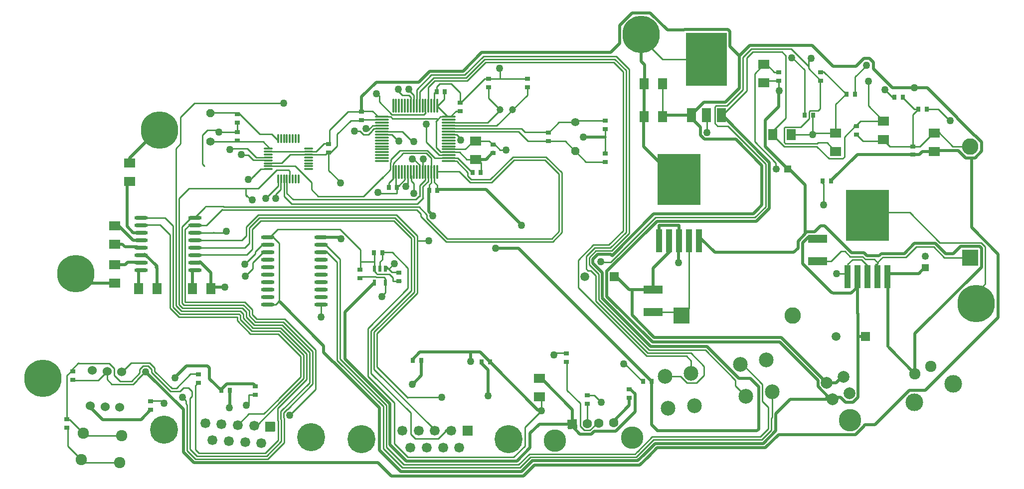
<source format=gbl>
%FSLAX25Y25*%
%MOIN*%
G70*
G01*
G75*
G04 Layer_Physical_Order=2*
G04 Layer_Color=16711680*
%ADD10P,0.08352X4X381.0*%
%ADD11R,0.05906X0.05906*%
%ADD12P,0.08352X4X393.0*%
%ADD13P,0.08352X4X375.0*%
%ADD14P,0.08352X4X387.0*%
%ADD15P,0.08352X4X165.0*%
%ADD16R,0.05906X0.05906*%
%ADD17C,0.01000*%
%ADD18C,0.01969*%
%ADD19C,0.07874*%
%ADD20C,0.14961*%
%ADD21C,0.11811*%
%ADD22C,0.07575*%
%ADD23C,0.09843*%
%ADD24P,0.08908X4X47.0*%
%ADD25C,0.06299*%
%ADD26C,0.18740*%
%ADD27P,0.09410X4X312.0*%
%ADD28C,0.06654*%
%ADD29C,0.05906*%
%ADD30C,0.11024*%
%ADD31R,0.11024X0.11024*%
%ADD32C,0.25000*%
%ADD33C,0.05512*%
%ADD34P,0.05966X8X112.5*%
%ADD35R,0.06654X0.06654*%
%ADD36R,0.11024X0.11024*%
%ADD37R,0.04921X0.04921*%
%ADD38C,0.04921*%
G04:AMPARAMS|DCode=39|XSize=60mil|YSize=59.96mil|CornerRadius=0mil|HoleSize=0mil|Usage=FLASHONLY|Rotation=357.000|XOffset=0mil|YOffset=0mil|HoleType=Round|Shape=Round|*
%AMOVALD39*
21,1,0.00004,0.05996,0.00000,0.00000,357.0*
1,1,0.05996,-0.00002,0.00000*
1,1,0.05996,0.00002,-0.00000*
%
%ADD39OVALD39*%

%ADD40C,0.04724*%
%ADD41R,0.04921X0.04921*%
%ADD42C,0.05000*%
%ADD43O,0.01181X0.09843*%
%ADD44O,0.09843X0.01181*%
%ADD45R,0.03150X0.03543*%
%ADD46R,0.03543X0.03150*%
%ADD47R,0.07480X0.05906*%
%ADD48R,0.12992X0.05512*%
%ADD49O,0.09055X0.02362*%
%ADD50R,0.03937X0.15551*%
%ADD51R,0.05906X0.07480*%
%ADD52R,0.05906X0.09449*%
%ADD53R,0.27362X0.35827*%
%ADD54R,0.28740X0.34252*%
%ADD55R,0.02362X0.04331*%
%ADD56O,0.06102X0.01181*%
%ADD57O,0.01181X0.06102*%
D11*
X1073843Y818000D02*
D03*
X1241878Y778000D02*
D03*
D17*
X925696Y923800D02*
X955300D01*
X921800Y925050D02*
X924446D01*
X925696Y923800D01*
X954900Y905500D02*
Y921900D01*
X954930Y904350D02*
Y910000D01*
Y904350D02*
X957938Y901342D01*
X963044D01*
X929760Y878840D02*
X933910Y882990D01*
Y887956D01*
X923044Y880624D02*
X926090Y883670D01*
X923044Y877700D02*
Y880624D01*
X926090Y892220D02*
Y893899D01*
X932547Y900356D01*
Y900900D01*
X938250Y902500D02*
X948863D01*
X937210D02*
X938250D01*
X841870Y892100D02*
X860540D01*
X930460Y902500D02*
X938250D01*
X924577Y896617D02*
X930460Y902500D01*
X924577Y894736D02*
Y896617D01*
X924346Y894504D02*
X924577Y894736D01*
X924346Y889646D02*
Y894504D01*
X948863Y902500D02*
X953958Y897405D01*
X968607Y913153D02*
X970990Y910770D01*
X963044Y913153D02*
X968607D01*
X937847Y932050D02*
Y935553D01*
X929680Y942080D02*
X932190Y939570D01*
X936510D01*
X937847Y938233D01*
Y932444D02*
Y938233D01*
X925336Y926423D02*
X946422D01*
X947412Y927413D01*
X916700Y939100D02*
X916730Y935370D01*
Y935029D02*
Y936030D01*
Y935029D02*
X925336Y926423D01*
X947412Y927582D02*
X947770Y927940D01*
X947412Y927413D02*
Y927582D01*
X955300Y923800D02*
X955900Y923200D01*
X957664Y924964D01*
X954458Y921758D02*
X955900Y923200D01*
X839106Y908394D02*
X839185Y908315D01*
X839500Y908000D01*
X804000Y908394D02*
X839106D01*
X839170Y908300D02*
X843680Y903790D01*
X844860Y913510D02*
X844935Y913435D01*
X849110Y909260D01*
X822500Y927900D02*
X836965Y913435D01*
X844935D02*
X844976D01*
X836965D02*
X844935D01*
X865760Y899850D02*
Y899930D01*
X947670Y929034D02*
Y929830D01*
X1025100Y728500D02*
Y736800D01*
X955564Y888350D02*
X970098D01*
X950952Y854892D02*
X962243Y843600D01*
X1032042D01*
X1036890Y848448D01*
Y886832D01*
X1027452Y896270D02*
X1036890Y886832D01*
X1006938Y896270D02*
X1027452D01*
X991738Y881070D02*
X1006938Y896270D01*
X977378Y881070D02*
X991738D01*
X970098Y888350D02*
X977378Y881070D01*
X975969Y885307D02*
Y887902D01*
X968733Y895037D02*
X975950Y887820D01*
X968733Y895037D02*
Y895436D01*
X969295Y897405D02*
X979000Y887700D01*
X962650Y897405D02*
X969295D01*
X975969Y885307D02*
X978206Y883070D01*
X990910D01*
X1006110Y898270D01*
X1028280D01*
X1038890Y887660D01*
Y847620D02*
Y887660D01*
X1032870Y841600D02*
X1038890Y847620D01*
X961415Y841600D02*
X1032870D01*
X949652Y853362D02*
X961415Y841600D01*
X949652Y853362D02*
X950115Y852900D01*
X944629Y858386D02*
X949652Y853362D01*
X883000Y889230D02*
X890780Y881450D01*
X883000Y889230D02*
Y901144D01*
X918394Y883694D02*
X924346Y889646D01*
X906310Y871940D02*
X919080Y884710D01*
X875990Y871940D02*
X906310D01*
X871490Y876440D02*
X875990Y871940D01*
X871490Y876440D02*
Y881150D01*
X801860Y916020D02*
X809620D01*
X809870Y915770D01*
X798600Y912760D02*
X801860Y916020D01*
X798600Y893480D02*
Y912760D01*
Y893480D02*
X799904Y892176D01*
X812700Y847500D02*
X814100Y848900D01*
X942160Y866800D02*
X946110Y870750D01*
X858100Y866800D02*
X942160D01*
X859070Y869800D02*
X941357D01*
X943320Y871763D01*
X944000D01*
X946000Y870934D02*
Y878300D01*
X949600Y881900D01*
X759700Y754000D02*
Y754500D01*
X919425Y703235D02*
X930080Y692580D01*
X932313Y690347D02*
X1010736D01*
X930080Y692580D02*
X932313Y690347D01*
X1010736D02*
X1017921Y697532D01*
X1009907Y692347D02*
X1017092Y699532D01*
X933141Y692347D02*
X1009907D01*
X921425Y704063D02*
X933141Y692347D01*
X1006480Y697316D02*
X1014063Y704899D01*
X935777Y697316D02*
X1006480D01*
X926801Y706292D02*
X935777Y697316D01*
X888484Y762257D02*
X919425Y731316D01*
Y703235D02*
Y731316D01*
X921425Y704063D02*
Y732144D01*
X890484Y763085D02*
X921425Y732144D01*
X926801Y706292D02*
Y733795D01*
X909147Y751449D02*
X926801Y733795D01*
X926009Y815147D02*
X931153D01*
X914772Y820472D02*
X915310Y819935D01*
X785200Y737400D02*
X787500Y735100D01*
X827800Y731600D02*
X829447Y733247D01*
X1064600Y827800D02*
X1065200D01*
X1234953Y951753D02*
X1242700Y959500D01*
X941903Y862800D02*
X944629Y860074D01*
Y858386D02*
Y860074D01*
X812000Y862800D02*
X941903D01*
X811800Y863000D02*
X812000Y862800D01*
X793400Y857800D02*
X800200Y864600D01*
X800100D02*
X800500Y865000D01*
X812628D01*
X812828Y864800D01*
X943387D01*
X948600Y859587D01*
Y857243D02*
Y859587D01*
Y857243D02*
X950943Y854900D01*
X950100Y876300D02*
Y879500D01*
X922344Y878400D02*
X923044Y877700D01*
X883800Y900800D02*
X888500Y905500D01*
Y913300D01*
X897700Y922500D01*
X794000Y745300D02*
X795900Y747200D01*
X780900Y798738D02*
Y887400D01*
X780800Y886000D02*
Y903801D01*
X784000Y907001D01*
Y924900D01*
X793300Y934200D01*
X853000D01*
X805900Y847500D02*
X812700D01*
X932179Y915121D02*
X938900Y908400D01*
X918950Y915121D02*
X932179D01*
X805900Y847500D02*
X806200Y847800D01*
X793413Y847500D02*
X805900D01*
X949200Y842200D02*
X949400Y842000D01*
X942184Y842200D02*
X949200D01*
X942184D02*
Y845386D01*
Y807114D02*
Y842200D01*
X925347Y913153D02*
X929300Y909200D01*
X918950Y913153D02*
X925347D01*
X847600Y870300D02*
Y873000D01*
X830900Y869600D02*
X831000D01*
X828100Y872400D02*
X830900Y869600D01*
X827600Y872400D02*
X828100D01*
X827600D02*
X828100Y871900D01*
X827600Y872400D02*
Y877000D01*
X836000D01*
X789400D02*
X827600D01*
X965100Y913300D02*
X965300Y913100D01*
X927800Y943300D02*
X929400D01*
X948100Y919300D02*
X948500Y919700D01*
X948100Y908200D02*
Y919300D01*
X915600Y940200D02*
X916700Y939100D01*
X913200Y917058D02*
X916642D01*
X912000Y915858D02*
X913200Y917058D01*
X912000Y915343D02*
Y915858D01*
X909657Y913000D02*
X912000Y915343D01*
X906343Y913000D02*
X909657D01*
X903843Y915500D02*
X906343Y913000D01*
X900100Y915500D02*
X903843D01*
X909700Y916500D02*
X912258Y919058D01*
X918950D01*
X897800Y922600D02*
X903700D01*
X904044Y922944D01*
X904800D01*
X922800Y823600D02*
X923400D01*
X920853D02*
X922800D01*
X925347Y821053D01*
X923400Y823600D02*
X926000Y826200D01*
X919300Y805800D02*
X920853Y807353D01*
Y814151D01*
X909147Y751449D02*
Y783463D01*
X919400Y834300D02*
X925400D01*
X936000Y823700D01*
Y810316D02*
Y823700D01*
X909147Y783463D02*
X936000Y810316D01*
X1014063Y704899D02*
Y717463D01*
X1025100Y728500D01*
X948100Y908200D02*
X950200Y906100D01*
X950300D01*
X957027Y899373D01*
X962650D01*
X959058Y901342D02*
X962650D01*
X883600Y907500D02*
Y916200D01*
X895856Y928456D01*
X904800D01*
X829447Y733247D02*
Y739047D01*
X1060400Y738900D02*
X1065100Y734200D01*
X1065300D01*
X1034200Y766200D02*
X1034953Y766953D01*
X817400Y903700D02*
X828600D01*
X825200Y899300D02*
X829300D01*
X936900Y942300D02*
X939816Y939384D01*
Y932050D02*
Y939384D01*
X832200Y827600D02*
X839400Y834800D01*
X832200Y823600D02*
Y827600D01*
X827100Y818500D02*
X832200Y823600D01*
X833816Y834716D02*
X838800Y839700D01*
X833816Y833516D02*
Y834716D01*
X826700Y826400D02*
X833816Y833516D01*
X940300Y896200D02*
X943753Y892747D01*
Y888350D02*
Y892747D01*
X945600Y895600D02*
X945721Y895479D01*
Y888350D02*
Y895479D01*
X948200Y900900D02*
X951627Y897473D01*
X932547Y900900D02*
X948200D01*
X951627Y888350D02*
Y897473D01*
X953958Y897405D02*
X962650D01*
X1049705Y828048D02*
X1049705Y828049D01*
X1049705Y829175D02*
X1060014Y839484D01*
X1049700Y829170D02*
X1049705Y829175D01*
Y829195D01*
Y828048D02*
Y829175D01*
Y826400D02*
Y828048D01*
X1049700Y829200D02*
X1049705Y829195D01*
Y810729D02*
Y826400D01*
X1060014Y839484D02*
X1070300D01*
X1079700Y848884D01*
Y955200D01*
X1073400Y961500D02*
X1079700Y955200D01*
X988028Y961500D02*
X1073400D01*
X975528Y949000D02*
X988028Y961500D01*
X1063381Y799881D02*
X1096283Y766979D01*
X1061453Y801809D02*
X1063381Y799881D01*
X1061453Y801809D02*
Y818843D01*
X1058198Y822098D02*
X1061453Y818843D01*
X1056357Y822098D02*
X1058198D01*
X1055116Y823339D02*
X1056357Y822098D01*
X1055116Y823339D02*
Y831757D01*
X1060843Y837484D01*
X1071247D01*
X1081700Y847937D01*
X1063453Y802638D02*
Y819671D01*
X1057116Y826008D02*
X1063453Y819671D01*
X1061671Y835484D02*
X1072075D01*
X1083700Y847109D01*
X1057116Y826008D02*
Y830929D01*
X1061671Y835484D01*
X1122500Y764800D02*
Y764979D01*
Y764800D02*
X1125356Y761944D01*
X1095455Y764979D02*
X1122321D01*
X1049705Y810729D02*
X1095455Y764979D01*
X1096283Y766979D02*
X1125121D01*
X1133900Y758200D01*
Y752100D02*
Y758200D01*
X1081000Y759800D02*
Y759900D01*
Y760000D01*
X934700Y878500D02*
X935879Y879679D01*
Y888350D01*
X933900Y884200D02*
Y885700D01*
X928556Y877700D02*
Y878856D01*
X938100Y882200D02*
Y885900D01*
Y882200D02*
X939700Y880600D01*
Y873800D02*
Y880600D01*
X944000Y871763D02*
Y879263D01*
X947690Y882952D01*
X856900Y725600D02*
X874216Y742916D01*
X804100Y927900D02*
X822500D01*
X853244Y707144D02*
Y723599D01*
X789700Y852500D02*
X790500D01*
X1042300Y742273D02*
Y761200D01*
X759300Y852900D02*
X759325D01*
X832600Y718600D02*
X834700D01*
X1250100Y827800D02*
X1252016Y829716D01*
X1005600Y929400D02*
X1015800Y939600D01*
X1054994Y894900D02*
X1067800D01*
X1041153Y908747D02*
X1048000Y901900D01*
X1029700Y914200D02*
X1036806Y921306D01*
X1047406D02*
X1048556Y922456D01*
X708500Y704927D02*
Y717300D01*
X953595Y940995D02*
X954800Y942200D01*
X955300Y941700D02*
Y945200D01*
X1067800Y900200D02*
Y901000D01*
X1312500Y795500D02*
Y801000D01*
X1243181Y861031D02*
X1271495D01*
X1207000Y914805D02*
X1207702Y914102D01*
X1240200Y908800D02*
X1254600D01*
X1278156Y905256D02*
X1287800Y914900D01*
X1211600Y955200D02*
X1213847D01*
X913572Y821672D02*
X914772Y820472D01*
X912800Y823200D02*
X912886Y823114D01*
X913947Y822053D01*
X913372Y833272D02*
X914000Y833900D01*
X711400Y748800D02*
X728761D01*
X734500Y755200D02*
X734900Y754800D01*
X811344Y914756D02*
X822000D01*
X904600Y923200D02*
X904900Y923500D01*
X795600Y852500D02*
X801300D01*
X811800Y863000D01*
X962650Y895436D02*
X968733D01*
X1141047Y920761D02*
Y931452D01*
X1141926Y932331D01*
X1149302D01*
X1159937Y942965D01*
X1147400Y927600D02*
X1162400Y942600D01*
Y964400D01*
X951349Y891851D02*
X951700Y891500D01*
X951349Y891851D02*
Y892003D01*
X916500Y873656D02*
X928556D01*
Y877700D01*
X904600Y818000D02*
X914416D01*
X914482Y817935D02*
X919800D01*
X920853Y816882D01*
X914416Y818000D02*
X914482Y817935D01*
X920853Y814151D02*
Y816882D01*
X782900Y870500D02*
X789400Y877000D01*
X782900Y799567D02*
Y870500D01*
X780900Y798738D02*
X784415Y795224D01*
X823776D01*
X825816Y793184D01*
Y790386D02*
Y793184D01*
Y790386D02*
X832286Y783916D01*
X850886D01*
X868216Y766586D01*
Y749287D02*
Y766586D01*
X849000Y730072D02*
X868216Y749287D01*
X849000Y721942D02*
Y730072D01*
Y721942D02*
X849244Y721698D01*
Y708801D02*
Y721698D01*
X840556Y700113D02*
X849244Y708801D01*
X796200Y700113D02*
X840556D01*
X794000Y702313D02*
X796200Y700113D01*
X794000Y702313D02*
Y745300D01*
X744800Y754400D02*
X750900Y760500D01*
X763085D01*
X766600Y756985D01*
Y754842D02*
Y756985D01*
Y754842D02*
X778085Y743357D01*
X781057D01*
X790653Y752953D01*
X796000D01*
X764600Y754013D02*
X773807Y744807D01*
X774007Y744607D01*
X773807Y744807D02*
X777257Y741357D01*
X783400D01*
X785843Y743800D01*
X789157D01*
X791500Y741457D01*
Y738143D02*
Y741457D01*
X790184Y736827D02*
X791500Y738143D01*
X790184Y702757D02*
Y736827D01*
X764600Y754013D02*
Y756157D01*
X762257Y758500D02*
X764600Y756157D01*
X758943Y758500D02*
X762257D01*
X756600Y756157D02*
X758943Y758500D01*
X756600Y753728D02*
Y756157D01*
X751072Y748200D02*
X756600Y753728D01*
X743400Y748200D02*
X751072D01*
X734900Y749300D02*
Y754800D01*
Y749300D02*
X738000Y746200D01*
X752200D01*
X754900Y748900D01*
Y749200D01*
X739506Y752094D02*
X743400Y748200D01*
X736122Y760150D02*
X739506Y756766D01*
X715350Y760150D02*
X736122D01*
X739506Y752094D02*
Y756766D01*
X715350Y760150D02*
X715700Y760500D01*
X711100Y755900D02*
X715350Y760150D01*
X825120Y797224D02*
X827816Y794527D01*
X785243Y797224D02*
X825120D01*
X790184Y702757D02*
X794829Y698113D01*
X841384D01*
X851244Y707973D01*
Y722526D01*
X851000Y722770D02*
X851244Y722526D01*
X851000Y722770D02*
Y727985D01*
X870216Y747201D01*
Y767414D01*
X851714Y785916D02*
X870216Y767414D01*
X833114Y785916D02*
X851714D01*
X827816Y791214D02*
X833114Y785916D01*
X827816Y791214D02*
Y794527D01*
X782900Y799567D02*
X785243Y797224D01*
X941700Y942900D02*
X941784Y942816D01*
X941700Y942900D02*
Y943028D01*
Y942700D02*
Y942900D01*
X941784Y932050D02*
Y942816D01*
X944272Y942200D02*
X953072Y951000D01*
X943753Y941653D02*
X944900Y942800D01*
X943753Y932050D02*
Y941653D01*
X950300Y945400D02*
X953900Y949000D01*
X950000Y945100D02*
X950300Y945400D01*
X949658Y944758D02*
X950300Y945400D01*
X949658Y932050D02*
Y944758D01*
X1093500Y948800D02*
X1094200Y949500D01*
X1115569Y883031D02*
X1117181D01*
Y883919D01*
X941700Y943028D02*
X951672Y953000D01*
X973872D01*
X986372Y965500D01*
X1075057D01*
X1083700Y956857D01*
Y952700D02*
Y956857D01*
X965000Y947000D02*
X970800Y941200D01*
X957100Y947000D02*
X965000D01*
X955300Y945200D02*
X957100Y947000D01*
X953900Y949000D02*
X975528D01*
X953072Y951000D02*
X974700D01*
X987200Y963500D01*
X1074228D01*
X1083700Y952700D02*
Y953200D01*
Y847109D02*
Y952700D01*
X1074228Y963500D02*
X1081700Y956028D01*
Y847937D02*
Y956028D01*
X1125356Y753387D02*
Y761944D01*
X1107737Y751535D02*
X1118127D01*
X1128766Y746966D02*
X1133900Y752100D01*
X1122696Y746966D02*
X1128766D01*
X1118127Y751535D02*
X1122696Y746966D01*
X1134708Y768979D02*
X1155000Y748687D01*
Y745000D02*
Y748687D01*
X1063453Y802638D02*
X1097112Y768979D01*
X853000Y723843D02*
X853244Y723599D01*
X853000Y727157D02*
X855343Y729500D01*
X855428D01*
X872216Y746287D01*
X874216Y742916D02*
Y769071D01*
X872216Y746287D02*
Y768243D01*
X864216Y751073D02*
Y764929D01*
X849543Y736400D02*
X864216Y751073D01*
X849543Y736271D02*
Y736400D01*
X839572Y726300D02*
X849543Y736271D01*
X866216Y750244D02*
Y765757D01*
X851543Y735571D02*
X866216Y750244D01*
X851543Y735443D02*
Y735571D01*
X834700Y718600D02*
X851543Y735443D01*
X782758Y791224D02*
X821816D01*
Y788729D02*
Y791224D01*
Y788729D02*
X830629Y779916D01*
X913545Y821700D02*
X913572Y821672D01*
X913600Y821700D01*
X915310Y819935D02*
X923637D01*
X926009Y817562D01*
Y815147D02*
Y817562D01*
X937783Y712792D02*
Y727011D01*
X911354Y753546D02*
X937900Y727000D01*
X911354Y753546D02*
Y781941D01*
X913354Y756146D02*
X953100Y716400D01*
X913354Y756146D02*
Y781113D01*
X935690Y737500D02*
X958500D01*
X915354Y757646D02*
X935800Y737200D01*
X915354Y757646D02*
Y780284D01*
X847500Y799500D02*
X849700Y801700D01*
X1017921Y697532D02*
X1088660D01*
X1091263Y700134D01*
Y700183D02*
X1100156Y709076D01*
X1091263Y700134D02*
Y700183D01*
X1159975Y759325D02*
X1173026Y746274D01*
Y734655D02*
Y746274D01*
Y734655D02*
X1176963Y730718D01*
Y716363D02*
Y730718D01*
X1171676Y711076D02*
X1176963Y716363D01*
X1099328Y711076D02*
X1171676D01*
X1089452Y701200D02*
X1099328Y711076D01*
X1087900Y699600D02*
X1089263Y700963D01*
X1037956Y699600D02*
X1087900D01*
X1037888Y699532D02*
X1037956Y699600D01*
X1017092Y699532D02*
X1037888D01*
X890484Y763085D02*
Y829916D01*
X880800Y839600D02*
X890484Y829916D01*
X1178963Y723616D02*
X1179447Y724100D01*
X1178963Y715535D02*
Y723616D01*
X1172505Y709076D02*
X1178963Y715535D01*
X1179447Y724100D02*
Y741076D01*
X888484Y762257D02*
Y827816D01*
X822000Y920300D02*
Y921000D01*
Y920300D02*
X822200Y920500D01*
X822000Y914756D02*
Y920300D01*
X1067800Y911500D02*
Y916200D01*
Y901000D02*
Y911500D01*
Y912200D01*
X1065200Y827800D02*
X1071418D01*
X1101370Y857753D01*
X1167939D01*
X1165528Y970400D02*
X1192257D01*
X1159937Y964809D02*
X1165528Y970400D01*
X1159937Y942965D02*
Y964809D01*
X1166400Y968400D02*
X1183313D01*
X1162400Y964400D02*
X1166400Y968400D01*
X1192257Y970400D02*
X1203925Y958732D01*
X1141047Y920761D02*
X1143014Y918793D01*
X1149893D01*
X1175134Y893553D01*
Y864947D02*
Y893553D01*
X1167939Y857753D02*
X1175134Y864947D01*
X1097112Y768979D02*
X1134708D01*
X1155000Y745000D02*
X1162000Y738000D01*
X1081000Y759900D02*
X1092900Y748000D01*
X794000Y696113D02*
X842213D01*
X853244Y707144D01*
X773900Y857200D02*
X778900Y852200D01*
X773500Y857500D02*
X774000Y857000D01*
X757587Y857500D02*
X773500D01*
X770100Y852900D02*
X776900Y846100D01*
X758000Y852900D02*
X770100D01*
X849229Y779916D02*
X864216Y764929D01*
X776900Y797082D02*
Y846100D01*
Y797082D02*
X782758Y791224D01*
X830629Y779916D02*
X849229D01*
X829600Y726300D02*
X839572D01*
X850057Y781916D02*
X866216Y765757D01*
X831457Y781916D02*
X850057D01*
X823816Y789557D02*
X831457Y781916D01*
X823816Y789557D02*
Y792356D01*
X822948Y793224D02*
X823816Y792356D01*
X783586Y793224D02*
X822948D01*
X778900Y797910D02*
X783586Y793224D01*
X778900Y797910D02*
Y852200D01*
X711100Y755200D02*
Y755900D01*
X708000Y752100D02*
X711100Y755200D01*
X718848Y693948D02*
X743221D01*
X721378Y711622D02*
X744457D01*
X834771Y789916D02*
X853371D01*
X831816Y792871D02*
X834771Y789916D01*
X829816Y792043D02*
X833943Y787916D01*
X852543D01*
X829816Y792043D02*
Y795356D01*
X831816Y792871D02*
Y796184D01*
X787500Y733000D02*
X788184Y732316D01*
X787500Y733000D02*
Y735100D01*
X788184Y701929D02*
Y732316D01*
X825948Y799224D02*
X829816Y795356D01*
X826776Y801224D02*
X831816Y796184D01*
X816400Y801224D02*
X826776D01*
X813400Y799224D02*
X825948D01*
X813400D02*
X816198D01*
X786072D02*
X813400D01*
X816400Y801224D02*
X817027D01*
X786900D02*
X816400D01*
X827816Y845316D02*
Y851486D01*
X825000Y842500D02*
X827816Y845316D01*
X793413Y842500D02*
X825000D01*
X827816Y848687D02*
Y851486D01*
X835714Y859384D01*
X928186D01*
X942184Y845386D01*
X940184Y807943D02*
Y844557D01*
X927357Y857384D02*
X940184Y844557D01*
X836543Y857384D02*
X927357D01*
X829816Y850657D02*
X836543Y857384D01*
X829816Y840300D02*
Y850657D01*
X827016Y837500D02*
X829816Y840300D01*
X793413Y837500D02*
X827016D01*
X794400Y832800D02*
X828200D01*
X831816Y836416D01*
Y849829D01*
X837371Y855384D01*
X926529D01*
X938184Y843729D01*
X845100Y845200D02*
X849700Y840600D01*
Y801700D02*
Y840600D01*
X842087Y799500D02*
X847500D01*
X881400Y834900D02*
X888484Y827816D01*
X784900Y851500D02*
X790700Y857300D01*
X784900Y800395D02*
Y851500D01*
Y800395D02*
X786072Y799224D01*
X852543Y787916D02*
X872216Y768243D01*
X853000Y723843D02*
Y727157D01*
X788184Y701929D02*
X794000Y696113D01*
X771547Y734953D02*
X772700Y733800D01*
X764000Y734953D02*
X771547D01*
X790500Y852500D02*
X793413D01*
X789424D02*
X789700D01*
X786900Y849700D02*
X789700Y852500D01*
X786900Y801224D02*
Y849700D01*
X829447Y739047D02*
X834000D01*
X853371Y789916D02*
X874216Y769071D01*
X834200Y719600D02*
Y720900D01*
X822900Y719600D02*
X829600Y726300D01*
X1222000Y901898D02*
Y904500D01*
X1102800Y794520D02*
X1117020D01*
X1123881Y796881D02*
Y842283D01*
X1219020Y828520D02*
X1225500Y835000D01*
X1210000Y828520D02*
X1219020D01*
X1248500Y826500D02*
X1249500D01*
X1222500Y820000D02*
X1228600D01*
X1249500Y826500D02*
X1250100Y827100D01*
Y827800D01*
X1300313Y905087D02*
X1312000D01*
X1290400Y915000D02*
X1300313Y905087D01*
X1273500Y905256D02*
X1278156D01*
X1273500D02*
Y926400D01*
X1277000Y929900D01*
X1274600Y930000D02*
X1277047D01*
X1267200Y937400D02*
X1274600Y930000D01*
X1282953D02*
X1290500D01*
X1297800Y922700D01*
X1260100Y938000D02*
X1261047D01*
X1259900D02*
X1261047D01*
X1256100Y941800D02*
X1259900Y938000D01*
X1243800Y932302D02*
X1254000Y922102D01*
X1243800Y932302D02*
Y948300D01*
X1238402Y922102D02*
X1254000D01*
X1236100Y919800D02*
X1238402Y922102D01*
X1258144Y905256D02*
X1273500D01*
X1254600Y908800D02*
X1258144Y905256D01*
X1236400Y912600D02*
X1240200Y908800D01*
X1234953Y940000D02*
Y951753D01*
X1193300Y912200D02*
X1193600Y911900D01*
X1207702Y914102D02*
X1222000D01*
X1206400Y913200D02*
Y924700D01*
X1194900Y913200D02*
X1206400D01*
X1236481Y792100D02*
Y793700D01*
X1222000Y914102D02*
Y933400D01*
X1228500Y939900D01*
X1213847Y955200D02*
X1229047Y940000D01*
X1216138Y907760D02*
X1222000Y901898D01*
X1187650Y907954D02*
Y917873D01*
X1210182Y929272D02*
X1211400Y930490D01*
Y949100D01*
X1227724Y911524D02*
X1234956Y918756D01*
X1227724Y898123D02*
Y911524D01*
X1217438Y896961D02*
X1226562D01*
X1209123Y905276D02*
X1217438Y896961D01*
X1187499Y905276D02*
X1209123D01*
X1181175Y911600D02*
X1187499Y905276D01*
X1147600Y965400D02*
X1147700Y965300D01*
X1204953Y929272D02*
X1210182D01*
X1188528Y918240D02*
X1198558D01*
X1188288Y918000D02*
X1188528Y918240D01*
X1187800Y918000D02*
X1188288D01*
X1201047Y926000D02*
Y956353D01*
X1193200Y964200D02*
X1201047Y956353D01*
X1226562Y896961D02*
X1227724Y898123D01*
X1294587Y830913D02*
X1312000D01*
X1287500Y838000D02*
X1294587Y830913D01*
X1225500Y835000D02*
X1228188D01*
X1239899Y831559D02*
X1241743Y829716D01*
X1247784D01*
X1250000Y827500D01*
X1228188Y835000D02*
X1231628Y831559D01*
X1239899D01*
X1243181Y820283D02*
Y825449D01*
X1239071Y829559D02*
X1243181Y825449D01*
X1233059Y829559D02*
X1239071D01*
X1230000Y826500D02*
X1233059Y829559D01*
X1252016Y829716D02*
X1253416Y831116D01*
X1268829D01*
X1275713Y838000D01*
X1287500D01*
X1291633Y840894D02*
X1319363D01*
X1321980Y838276D01*
Y813485D02*
Y838276D01*
X1319700Y811205D02*
X1321980Y813485D01*
X1271495Y861031D02*
X1291633Y840894D01*
X1319700Y805700D02*
Y811205D01*
X1103781Y842283D02*
X1104300Y842802D01*
X1180944Y954756D02*
X1184000D01*
X1175400Y960300D02*
X1180944Y954756D01*
X1176044Y949244D02*
X1184000D01*
Y942600D02*
Y949244D01*
X1204075Y923757D02*
Y928393D01*
X1204953Y929272D01*
X1198558Y918240D02*
X1204075Y923757D01*
X1183313Y968400D02*
X1183413Y968300D01*
X1186100D01*
X1188500Y965900D01*
X1106192Y963508D02*
X1135500D01*
X1097900Y971800D02*
X1106192Y963508D01*
X1106102Y925000D02*
Y945398D01*
X874520Y901820D02*
X879800Y907100D01*
X882000D01*
X1135900Y914500D02*
Y922400D01*
X1188500Y924100D02*
Y965900D01*
X1179600Y915200D02*
X1188500Y924100D01*
X1187650Y907954D02*
X1188328Y907276D01*
X1209951D01*
Y907760D02*
X1216138D01*
X1213700Y866200D02*
Y880100D01*
X1212700Y881100D02*
X1213700Y880100D01*
X1203925Y957319D02*
Y958732D01*
Y957319D02*
X1212000Y949244D01*
X1203925Y958732D02*
Y963625D01*
X1104300Y842802D02*
Y848100D01*
X708500Y704927D02*
X717693Y695733D01*
X709736Y722600D02*
X718929Y713407D01*
X708500Y722600D02*
X709736D01*
X708000Y722756D02*
Y752100D01*
X728761Y748800D02*
X734763Y754803D01*
Y753537D02*
Y754803D01*
X754900Y749200D02*
X759700Y754000D01*
X1015800Y939600D02*
Y944944D01*
X989900Y937466D02*
X997666Y929700D01*
X989900Y937466D02*
Y944500D01*
X987256Y950456D02*
X989800D01*
X971300Y934500D02*
X987256Y950456D01*
X990956D02*
X997400D01*
X1015800D01*
X997400D02*
Y956900D01*
X995358Y919058D02*
X1005700Y929400D01*
X1048556Y922456D02*
X1067800D01*
X1036806Y921306D02*
X1047406D01*
X1047800D01*
X1047400Y921300D02*
X1047406Y921306D01*
X1029800Y908747D02*
X1041153D01*
X1047800Y902094D02*
X1054994Y894900D01*
X917113Y823600D02*
Y827913D01*
X918900Y829700D01*
Y833600D01*
X913372Y823600D02*
Y824206D01*
X913947Y824781D01*
X925347Y821053D02*
X929947D01*
X1024200Y737700D02*
X1025100Y736800D01*
X990356Y908900D02*
X992800Y906456D01*
X983300Y908900D02*
X990356D01*
X997500Y902900D02*
X1001500D01*
X993700Y906700D02*
X997500Y902900D01*
X956200Y709681D02*
X961511Y714992D01*
X940895Y709681D02*
X956200D01*
X937783Y712792D02*
X940895Y709681D01*
X1062562Y720215D02*
X1063581D01*
X1057638Y715291D02*
X1062562Y720215D01*
X1053786Y715291D02*
X1057638D01*
X1051062Y718015D02*
X1053786Y715291D01*
X1042300Y742273D02*
X1050500Y734073D01*
X1051062Y718015D02*
Y733438D01*
X1050500Y734000D02*
X1051062Y733438D01*
X916536Y924964D02*
X918950D01*
X916036D02*
X918950D01*
X912300Y928700D02*
X916036Y924964D01*
X905300Y928700D02*
X912300D01*
X905595Y922995D02*
X918950D01*
X905300Y922700D02*
X905595Y922995D01*
X968044Y928944D02*
X970800D01*
X964300Y925200D02*
X968044Y928944D01*
X955564Y932050D02*
X960300Y936787D01*
Y940700D01*
X953595Y932050D02*
Y940995D01*
X970800Y934456D02*
Y941200D01*
X955914Y931700D02*
X962650Y924964D01*
X955800Y931700D02*
X955914D01*
X962650Y921027D02*
X989127D01*
X997300Y929200D01*
X962650Y919058D02*
X967158D01*
X966591D02*
X967158D01*
X995358D01*
X967158D02*
X967300Y919200D01*
X923300Y878200D02*
X923800D01*
X928005Y878795D02*
Y888350D01*
Y878795D02*
X928300Y878500D01*
X953595Y881205D02*
Y888350D01*
Y881205D02*
X955400Y879400D01*
Y876500D02*
Y879400D01*
X951627Y881027D02*
Y888350D01*
X950100Y879500D02*
X951627Y881027D01*
X950100Y876300D02*
X950300Y876100D01*
X1014047Y914653D02*
X1029800D01*
X1011700Y917000D02*
X1014047Y914653D01*
X963100Y917000D02*
X1011700D01*
X1016353Y908747D02*
X1029800D01*
X1010000Y915100D02*
X1016353Y908747D01*
X963100Y915100D02*
X1010000D01*
X984600Y895900D02*
X984753Y895747D01*
X975302Y896598D02*
X981300D01*
X970500Y901400D02*
X975302Y896598D01*
X963800Y901400D02*
X970500D01*
X984753Y887700D02*
Y894347D01*
X983300Y895800D02*
X984753Y894347D01*
X957664Y924964D02*
X959964D01*
X957664D02*
X957700Y925000D01*
X959964Y924964D02*
X960000Y925000D01*
X957700D02*
X960000D01*
X960700D01*
X962650Y903310D02*
X974310D01*
X979100Y908100D01*
X949600Y881900D02*
Y888100D01*
X771500Y921200D02*
X773544Y923244D01*
X911354Y781941D02*
X938184Y808771D01*
Y843729D01*
X913354Y781113D02*
X940184Y807943D01*
X915354Y780284D02*
X942184Y807114D01*
X1100156Y709076D02*
X1172505D01*
X1056000Y720100D02*
Y733047D01*
X1055900Y720000D02*
X1056000Y720100D01*
X1167700Y953802D02*
X1174000Y960102D01*
X1167700Y908400D02*
Y953802D01*
Y908400D02*
X1182000Y894100D01*
Y890900D02*
Y894100D01*
X843800Y844800D02*
X848800Y849800D01*
X890657D01*
X904257Y836200D01*
X913372Y824206D02*
Y828000D01*
Y833272D01*
X904257Y823443D02*
Y828000D01*
Y836200D01*
X904200Y828000D02*
X904257D01*
X913372D01*
X916642Y917058D02*
X916700Y917000D01*
X877900Y791200D02*
Y799020D01*
X877010Y799910D02*
X877900Y799020D01*
X907000Y916500D02*
X909700D01*
X921300Y825100D02*
X922800Y823600D01*
X855000Y873870D02*
X859070Y869800D01*
X855000Y873870D02*
Y882640D01*
X947690Y882952D02*
Y888350D01*
X853050Y871850D02*
X858100Y866800D01*
X853050Y871850D02*
Y884800D01*
X847600Y873000D02*
X851010Y876410D01*
Y882540D01*
X840700Y870300D02*
X849160Y878760D01*
Y881920D01*
X868303Y899853D02*
X880893D01*
X882390Y901350D01*
X828600Y903700D02*
X834410Y897890D01*
X842710D01*
X1034953Y766953D02*
X1042000D01*
X841370Y897890D02*
X842710D01*
X829300Y899300D02*
X832580Y896020D01*
X842330D01*
X1055400Y738900D02*
X1060400D01*
X837530Y890010D02*
X843697D01*
X831510Y883990D02*
X837530Y890010D01*
X830300Y882800D02*
X833376Y885876D01*
X857363Y899853D02*
X868303D01*
X851480Y893970D02*
X857363Y899853D01*
X844290Y893970D02*
X851480D01*
X865760Y899850D02*
X869750D01*
X842610Y901900D02*
X842690Y901820D01*
X874520D01*
X860540Y892100D02*
X871490Y881150D01*
X836000Y877000D02*
X848300Y889300D01*
X856050D01*
X856980Y888370D01*
Y884640D02*
Y888370D01*
D18*
X1023013Y728940D02*
X1024980D01*
X990953Y761000D02*
X1023013Y728940D01*
X988130Y876300D02*
X1011130Y853300D01*
X955900Y876300D02*
X988130D01*
X1018950Y695048D02*
X1089689D01*
X1018960Y694860D02*
Y695048D01*
X1020377Y692079D02*
X1090919D01*
X1013193Y684895D02*
X1020377Y692079D01*
X839000Y693629D02*
X915981D01*
X924716Y684895D01*
X1259800Y944500D02*
X1274800D01*
X1287202Y902602D02*
X1303883D01*
X924716Y684895D02*
X1013193D01*
X1011963Y687863D02*
X1018960Y694860D01*
X931284Y687863D02*
X1011963D01*
X916941Y702206D02*
X931284Y687863D01*
X923909Y705670D02*
X934748Y694832D01*
X1008878D01*
X1017669Y703622D01*
X916941Y702206D02*
Y730287D01*
X886164Y761064D02*
X916941Y730287D01*
X894000Y763083D02*
X923909Y733173D01*
Y709500D02*
Y733173D01*
Y705670D02*
Y709500D01*
X950000Y861700D02*
X952800Y858900D01*
X950000Y861700D02*
Y876800D01*
X1009803Y837200D02*
X1098953Y748050D01*
X1009803Y837200D02*
X1009900D01*
X994500D02*
X1009803D01*
X1098953Y748000D02*
Y748050D01*
X1169687Y863213D02*
X1169887D01*
X1172650Y865976D01*
X1166910Y860237D02*
X1169887Y863213D01*
X1065937Y804700D02*
Y820700D01*
X1059600Y827037D02*
X1065937Y820700D01*
X1059600Y827037D02*
Y829900D01*
X1062700Y833000D01*
X1071673D01*
X1072389Y832284D01*
X723000Y731400D02*
X731800Y722600D01*
X748100Y851700D02*
Y882400D01*
X989900Y944500D02*
X990300Y944900D01*
X1093600Y905000D02*
Y914100D01*
X1072800Y720800D02*
X1084000Y732000D01*
X1067600Y901000D02*
X1067800D01*
X1190400Y890500D02*
X1201520Y879380D01*
X1256581Y820283D02*
X1277383D01*
X1281600Y824500D01*
X1074300Y819000D02*
X1083820Y809480D01*
X1217285Y737400D02*
X1221600D01*
X1179100Y911600D02*
X1181175D01*
X1236481Y811181D02*
Y820283D01*
X988098Y896598D02*
X992800Y901300D01*
X1236600Y899900D02*
X1278000D01*
X1072389Y832284D02*
X1100341Y860237D01*
X905000Y928700D02*
Y938300D01*
X914800Y948100D01*
X1071500Y967984D02*
X1077516Y974000D01*
X914800Y948100D02*
X943258D01*
X950643Y955484D01*
X972843D01*
X985343Y967984D01*
X1071500D01*
X1077516Y974000D02*
Y986000D01*
X1086000Y994484D01*
X1098000D01*
X1109484Y983000D01*
X1120591D01*
X1120997Y983406D01*
X1150003D01*
X1151165Y982243D01*
Y972125D02*
Y982243D01*
Y972125D02*
X1157453Y965838D01*
X839000Y693629D02*
X843329D01*
X792971D02*
X839000D01*
X1183713Y712573D02*
X1235287D01*
X1248184Y719100D02*
X1271185Y742101D01*
X1090919Y692079D02*
X1096715Y697875D01*
Y697924D01*
X1102415Y703624D01*
X1174763D01*
X1183713Y712573D01*
X1235287D02*
X1240831Y718117D01*
Y718300D01*
X1241631Y719100D01*
X1248184D01*
X1271185Y742101D02*
X1281701D01*
X1330484Y790884D01*
Y833285D01*
X1312800Y850970D02*
X1330484Y833285D01*
X1312800Y850970D02*
Y897591D01*
X1315105D01*
X1308895D02*
X1312800D01*
X1219000Y882300D02*
X1236600Y899900D01*
X1278000D02*
X1279998Y901898D01*
X1288000D01*
X1287100Y902500D02*
X1287202Y902602D01*
X1303883D02*
X1308895Y897591D01*
X1315105D02*
X1319496Y901982D01*
Y908192D01*
X1315105Y912583D02*
X1319496Y908192D01*
X1314717Y912583D02*
X1315105D01*
X1303084Y924216D02*
X1314717Y912583D01*
X1283042Y944400D02*
X1303084Y924357D01*
X1274500Y944400D02*
X1283042D01*
X1303084Y924216D02*
Y924357D01*
X1220200Y958800D02*
X1235458D01*
X1247084Y957216D02*
X1259800Y944500D01*
X1247084Y957216D02*
Y961457D01*
X1244457Y964084D02*
X1247084Y961457D01*
X1240743Y964084D02*
X1244457D01*
X1235458Y958800D02*
X1240743Y964084D01*
X1206116Y972884D02*
X1220200Y958800D01*
X1164499Y972884D02*
X1206116D01*
X1157453Y965838D02*
X1164499Y972884D01*
X1157453Y943994D02*
Y965838D01*
X1148273Y934815D02*
X1157453Y943994D01*
X1133725Y934815D02*
X1148273D01*
X1125500Y926590D02*
X1133725Y934815D01*
X1125500Y926106D02*
Y926590D01*
X955600Y876000D02*
X955900Y876300D01*
X803300Y749747D02*
X811047Y742000D01*
X780300Y750800D02*
X788000Y758500D01*
X802000D01*
X803300Y757200D01*
Y749747D02*
Y757200D01*
X1094200Y949500D02*
Y959800D01*
X1092000Y962000D02*
X1094200Y959800D01*
X1092000Y962000D02*
Y980000D01*
X1093600Y905000D02*
X1115569Y883031D01*
X1093600Y914100D02*
Y924900D01*
X1221787Y737587D02*
X1225177D01*
X1221600Y737400D02*
X1221787Y737587D01*
X1220200Y736000D02*
X1221600Y737400D01*
X1222400D01*
X1210039Y744646D02*
X1217285Y737400D01*
X1210039Y744646D02*
Y748822D01*
X1184430Y774432D02*
X1210039Y748822D01*
X1099370Y774432D02*
X1184430D01*
X879669Y767559D02*
X886000Y761228D01*
X886164Y761064D01*
X879669Y767559D02*
Y771932D01*
X849900Y801500D02*
X850100D01*
X879669Y771932D01*
X1089689Y695048D02*
X1093747Y699105D01*
Y699154D01*
X1101185Y706592D01*
X1173534D01*
X1181932Y714990D01*
Y726500D01*
X1191432Y736000D01*
X1220000D01*
X1237020Y778000D02*
X1241878D01*
X1236900D02*
X1237020D01*
Y793161D01*
Y737587D02*
Y778000D01*
X1158240Y759325D02*
X1159975D01*
X1017669Y703622D02*
Y713500D01*
X1023765Y719597D01*
X1045875D01*
X775100Y917500D02*
X775600Y917000D01*
X1106300Y880400D02*
X1106600D01*
X1067300Y911500D02*
X1067800D01*
X1053300D02*
X1067100D01*
X1155158Y910016D02*
X1172650Y892524D01*
X1126100Y923500D02*
X1131416Y918184D01*
Y912643D02*
Y918184D01*
Y912643D02*
X1134043Y910016D01*
X1155158D01*
X1172650Y865976D02*
Y892524D01*
X1100341Y860237D02*
X1166910D01*
X1106100Y922900D02*
Y923400D01*
X1064800Y828200D02*
X1065200Y827800D01*
X1065937Y827063D01*
X1068900Y822200D02*
X1069331D01*
X1102399Y855269D01*
X1168969D01*
X1177618Y863918D01*
X1104000Y852300D02*
X1117181D01*
X1098953Y719047D02*
Y748000D01*
Y719047D02*
X1102400Y715600D01*
X1098900Y718994D02*
X1098953Y719047D01*
X1080900Y760000D02*
X1081000Y759900D01*
X1092900Y748000D02*
X1093047D01*
X1102629Y714971D02*
X1144500D01*
X1065937Y803667D02*
X1098141Y771463D01*
X1135737D01*
X1157200Y750000D01*
X1164900D01*
X1170542Y744358D01*
Y716277D02*
Y744358D01*
X1169237Y714971D02*
X1170542Y716277D01*
X1144500Y714971D02*
X1169237D01*
X718100Y693200D02*
X718848Y693948D01*
X719800Y713200D02*
X721378Y711622D01*
X877900Y799600D02*
X878200Y799900D01*
X889300Y844500D02*
X890600Y843200D01*
X877913Y844500D02*
X889300D01*
X785700Y700900D02*
Y729400D01*
X760900Y754200D02*
X785700Y729400D01*
X832500Y746500D02*
X833800Y745200D01*
X815000Y746500D02*
X832500D01*
X785700Y700900D02*
X792971Y693629D01*
X822600Y719400D02*
Y720198D01*
X939500Y746500D02*
X944953Y751953D01*
Y762000D01*
X1257500Y770692D02*
X1274973Y753220D01*
X1236481Y793700D02*
X1237020Y793161D01*
X1233551Y734118D02*
X1237020Y737587D01*
X1228646Y734118D02*
X1233551D01*
X1225177Y737587D02*
X1228646Y734118D01*
X1185659Y777400D02*
X1215960Y747099D01*
X1100600Y777400D02*
X1185659D01*
X1100000Y809480D02*
Y823900D01*
X1111400Y835300D01*
X1085700Y792300D02*
X1100600Y777400D01*
X1083820Y809480D02*
X1100000D01*
X1232300Y807000D02*
X1236481Y811181D01*
Y793700D02*
Y811181D01*
X1219162Y807300D02*
X1220000D01*
X1220300Y807000D01*
X1232300D01*
X1234956Y918756D02*
X1236000D01*
X1256700Y771492D02*
Y817800D01*
X1068906Y804896D02*
X1099370Y774432D01*
X1068906Y804896D02*
Y821775D01*
X1215960Y747099D02*
X1222099D01*
X1226400Y751400D01*
X1093898Y925000D02*
Y944502D01*
X1106706Y926106D02*
X1125500D01*
X1199700Y826762D02*
X1219162Y807300D01*
X1199700Y840700D02*
X1203700Y844700D01*
X1204900D01*
X1199700Y826762D02*
Y840700D01*
X1193800Y834300D02*
X1196732Y837232D01*
Y841930D01*
X1201520Y846718D01*
Y847058D01*
X1202682Y848220D01*
X1207720D01*
X1211701Y852201D01*
X1214500D01*
X1232658Y834043D01*
X1240928D01*
X1242772Y832200D01*
X1250987D01*
X1252387Y833600D01*
X1267800D01*
X1274684Y840484D01*
X1288529D01*
X1295616Y833398D01*
X1300654D01*
X1305666Y838409D01*
X1318334D01*
X1319496Y837247D01*
Y824580D02*
Y837247D01*
X1274973Y780056D02*
X1319496Y824580D01*
X1274973Y753220D02*
Y780056D01*
X1141300Y834300D02*
X1193800D01*
X1130581Y842283D02*
X1132817D01*
X1132000Y843600D02*
X1141300Y834300D01*
X1132000Y843600D02*
Y843800D01*
X1201520Y847058D02*
Y879380D01*
X1174961Y922913D02*
X1183800Y931753D01*
X1174961Y904976D02*
X1189937Y890000D01*
X1174961Y904976D02*
Y922913D01*
X1183800Y931753D02*
Y942200D01*
X1177618Y863918D02*
Y894582D01*
X1145800Y926400D02*
X1177618Y894582D01*
X1073843Y818000D02*
Y819257D01*
X1116700Y827300D02*
Y837300D01*
X1117181Y842283D02*
Y852300D01*
X1103900Y848100D02*
Y852000D01*
X1084000Y732000D02*
Y737244D01*
Y742756D02*
X1084641D01*
X1087756Y739641D01*
Y727637D02*
Y739641D01*
X1074926Y714807D02*
X1087756Y727637D01*
X988409Y763543D02*
Y763594D01*
X984303Y767700D02*
X988409Y763594D01*
X938700Y762400D02*
X944000Y767700D01*
X988409Y763543D02*
X990953Y761000D01*
X989400Y738600D02*
Y755900D01*
X985000Y760300D02*
X989400Y755900D01*
X1083359Y737244D02*
X1084000D01*
X755500Y822800D02*
X755898Y822402D01*
X760000Y833200D02*
X768102Y825098D01*
X740000Y839898D02*
X744802D01*
X746700Y838000D01*
X754700D01*
X752200Y842500D02*
X757587D01*
X742600Y852100D02*
X752200Y842500D01*
X752300Y847500D02*
X757587D01*
X748100Y851700D02*
X752300Y847500D01*
X750000Y894102D02*
Y897600D01*
X760800Y908400D01*
X757553Y722600D02*
X764000Y729047D01*
X731800Y722600D02*
X757553D01*
X796700Y828200D02*
X804102Y820798D01*
X997400Y956900D02*
X997500Y957000D01*
X1060667Y714807D02*
X1074926D01*
X1058667Y712807D02*
X1060667Y714807D01*
X1050993Y712807D02*
X1058667D01*
X1045400Y718400D02*
X1050993Y712807D01*
X1045875Y719597D02*
Y729125D01*
X1025700Y749300D02*
X1045875Y729125D01*
X1043633Y717355D02*
X1045875Y719597D01*
X894000Y763083D02*
Y794600D01*
X913400Y814000D01*
X981300Y896598D02*
X988098D01*
X804102Y811698D02*
Y820798D01*
Y811698D02*
X804400Y811400D01*
X791898Y810000D02*
Y822198D01*
X768102Y810000D02*
Y823998D01*
X767600Y824500D02*
X768102Y823998D01*
X755898Y810000D02*
Y821402D01*
X740000Y826102D02*
X746802D01*
X748500Y827800D01*
X757300D01*
X963508Y714992D02*
X964906D01*
X961511D02*
X964906D01*
X944000Y767700D02*
X977700D01*
X977800D01*
X984303D01*
X977600Y767600D02*
X977700Y767700D01*
X977800Y767800D01*
Y761300D02*
Y767700D01*
Y767800D01*
X811500Y743000D02*
X815000Y746500D01*
X816953Y730953D02*
Y742000D01*
X816500Y730500D02*
X816953Y730953D01*
X719102Y813898D02*
X740000D01*
X715000Y818000D02*
X719102Y813898D01*
X804500Y811000D02*
X813500D01*
X1215500Y736700D02*
X1219800D01*
X1085700Y792300D02*
Y808800D01*
D19*
X1220000Y736000D02*
D03*
X1227059Y751138D02*
D03*
X1215960Y747099D02*
D03*
X1231099Y740040D02*
D03*
D20*
X1231366Y722038D02*
D03*
X1085869Y710318D02*
D03*
X1034168Y708512D02*
D03*
D21*
X1300572Y746391D02*
D03*
X1274453Y734211D02*
D03*
D22*
X1285677Y758211D02*
D03*
X1274973Y753220D02*
D03*
X743222Y693948D02*
D03*
X717693Y695733D02*
D03*
X718929Y713407D02*
D03*
X744457Y711622D02*
D03*
D23*
X1125356Y753387D02*
D03*
X1107737Y751535D02*
D03*
X1127619Y731852D02*
D03*
X1110000Y730000D02*
D03*
X1175687Y762401D02*
D03*
X1158240Y759325D02*
D03*
X1179447Y741076D02*
D03*
X1162000Y738000D02*
D03*
D24*
X1045875Y719597D02*
D03*
D25*
X1055712Y719940D02*
D03*
X1073418Y720559D02*
D03*
X1063581Y720215D02*
D03*
D26*
X772832Y715925D02*
D03*
X871083Y710776D02*
D03*
X1003193Y709402D02*
D03*
X904807D02*
D03*
D27*
X844031Y717792D02*
D03*
D28*
X838001Y706911D02*
D03*
X833141Y718362D02*
D03*
X827110Y707482D02*
D03*
X822250Y718933D02*
D03*
X816220Y708053D02*
D03*
X811359Y719504D02*
D03*
X805329Y708624D02*
D03*
X800469Y720075D02*
D03*
X932189Y714992D02*
D03*
X937642Y703811D02*
D03*
X943095Y714992D02*
D03*
X948547Y703811D02*
D03*
X954000Y714992D02*
D03*
X959453Y703811D02*
D03*
X964906Y714992D02*
D03*
X970358Y703811D02*
D03*
D29*
X1054157Y818000D02*
D03*
X1222193Y778000D02*
D03*
D30*
X1312000Y905087D02*
D03*
X1193087Y792000D02*
D03*
D31*
X1312000Y830913D02*
D03*
D32*
X714000Y820000D02*
D03*
X1316000Y800000D02*
D03*
X1092000Y980000D02*
D03*
X770000Y916000D02*
D03*
X692000Y750000D02*
D03*
D33*
X1047800Y921306D02*
D03*
X804000Y908394D02*
D03*
D34*
X1047800Y902094D02*
D03*
X804000Y927606D02*
D03*
D35*
X975811Y714992D02*
D03*
D36*
X1118913Y792000D02*
D03*
D37*
X1282000Y824063D02*
D03*
D38*
Y831937D02*
D03*
X1182063Y890000D02*
D03*
D39*
X743356Y730698D02*
D03*
X744592Y754287D02*
D03*
X733527Y731213D02*
D03*
X734763Y754803D02*
D03*
X724934Y755318D02*
D03*
X723698Y731728D02*
D03*
D40*
X1005934Y929700D02*
D03*
X997666D02*
D03*
D41*
X1189937Y890000D02*
D03*
D42*
X994500Y837200D02*
D03*
X952600Y858900D02*
D03*
X915800Y874400D02*
D03*
X949700Y842200D02*
D03*
X814500Y848300D02*
D03*
X929800Y908800D02*
D03*
X939900Y908400D02*
D03*
X832000Y869300D02*
D03*
X971300Y909600D02*
D03*
X853000Y934200D02*
D03*
X915000Y940500D02*
D03*
X900100Y915500D02*
D03*
X908000Y917000D02*
D03*
X926700Y826800D02*
D03*
X918600Y804900D02*
D03*
X829300Y883100D02*
D03*
X948200Y920200D02*
D03*
X1065300Y734200D02*
D03*
X1033400Y765700D02*
D03*
X824500Y899700D02*
D03*
X817000Y903200D02*
D03*
X929400Y943300D02*
D03*
X936500D02*
D03*
X827100Y818500D02*
D03*
X826700Y826400D02*
D03*
X840700Y870300D02*
D03*
X847600D02*
D03*
X946100Y896800D02*
D03*
X938700Y896900D02*
D03*
X934600Y878400D02*
D03*
X939700Y873800D02*
D03*
X809400Y914800D02*
D03*
X890780Y880700D02*
D03*
X1011700Y852540D02*
D03*
X785200Y737500D02*
D03*
X780100Y750600D02*
D03*
X773000Y733600D02*
D03*
X857000Y725500D02*
D03*
X828000Y732000D02*
D03*
X939000Y746200D02*
D03*
X1222500Y820000D02*
D03*
X1254700Y943200D02*
D03*
X1298600Y922500D02*
D03*
X1274500Y944400D02*
D03*
X1243700Y948700D02*
D03*
X1242600Y959600D02*
D03*
X1206400Y913200D02*
D03*
X1205400Y964100D02*
D03*
X1192500Y964500D02*
D03*
X1184100Y942300D02*
D03*
X1135900Y914500D02*
D03*
X1213700Y866200D02*
D03*
X1064800Y828200D02*
D03*
X1116700Y827300D02*
D03*
X989400Y738600D02*
D03*
X877900Y791200D02*
D03*
X891200Y843600D02*
D03*
X760600Y754500D02*
D03*
X997200Y957500D02*
D03*
X1080300Y759900D02*
D03*
X1025100Y728500D02*
D03*
X1053300Y911500D02*
D03*
X1001500Y902900D02*
D03*
X977800Y761300D02*
D03*
X816500Y730500D02*
D03*
X813500Y811000D02*
D03*
X958500Y737500D02*
D03*
D43*
X955564Y932444D02*
D03*
X953595D02*
D03*
X951627D02*
D03*
X949658D02*
D03*
X947690D02*
D03*
X945721D02*
D03*
X943753D02*
D03*
X941784D02*
D03*
X939816D02*
D03*
X937847D02*
D03*
X935879D02*
D03*
X933910D02*
D03*
X931942D02*
D03*
X929973D02*
D03*
X928005D02*
D03*
X926036D02*
D03*
Y887956D02*
D03*
X928005D02*
D03*
X929973D02*
D03*
X931942D02*
D03*
X933910D02*
D03*
X935879D02*
D03*
X937847D02*
D03*
X939816D02*
D03*
X941784D02*
D03*
X943753D02*
D03*
X945721D02*
D03*
X947690D02*
D03*
X949658D02*
D03*
X951627D02*
D03*
X953595D02*
D03*
X955564D02*
D03*
D44*
X918556Y924964D02*
D03*
Y922995D02*
D03*
Y921027D02*
D03*
Y919058D02*
D03*
Y917090D02*
D03*
Y915121D02*
D03*
Y913153D02*
D03*
Y911184D02*
D03*
Y909216D02*
D03*
Y907247D02*
D03*
Y905279D02*
D03*
Y903310D02*
D03*
Y901342D02*
D03*
Y899373D02*
D03*
Y897405D02*
D03*
Y895436D02*
D03*
X963044D02*
D03*
Y897405D02*
D03*
Y899373D02*
D03*
Y901342D02*
D03*
Y903310D02*
D03*
Y905279D02*
D03*
Y907247D02*
D03*
Y909216D02*
D03*
Y911184D02*
D03*
Y913153D02*
D03*
Y915121D02*
D03*
Y917090D02*
D03*
Y919058D02*
D03*
Y921027D02*
D03*
Y922995D02*
D03*
Y924964D02*
D03*
D45*
X939244Y762000D02*
D03*
X944756D02*
D03*
X1277244Y930000D02*
D03*
X1282756D02*
D03*
X1266756Y938000D02*
D03*
X1261244D02*
D03*
X811244Y742000D02*
D03*
X816756D02*
D03*
X979044Y887700D02*
D03*
X984556D02*
D03*
X1229244Y940000D02*
D03*
X1234756D02*
D03*
X1206756Y926000D02*
D03*
X1201244D02*
D03*
X990756Y761000D02*
D03*
X985244D02*
D03*
X1093244Y748000D02*
D03*
X1098756D02*
D03*
X1213244Y882000D02*
D03*
X1218756D02*
D03*
X928556Y877700D02*
D03*
X923044D02*
D03*
X955556Y875700D02*
D03*
X950044D02*
D03*
X918756Y834000D02*
D03*
X913244D02*
D03*
X955044Y941700D02*
D03*
X960556D02*
D03*
D46*
X834000Y744756D02*
D03*
Y739244D02*
D03*
X712000Y754756D02*
D03*
Y749244D02*
D03*
X904000Y817244D02*
D03*
Y822756D02*
D03*
X1042000Y766756D02*
D03*
Y761244D02*
D03*
X1056000Y738756D02*
D03*
Y733244D02*
D03*
X1029800Y914456D02*
D03*
Y908944D02*
D03*
X764000Y729244D02*
D03*
Y734756D02*
D03*
X796000Y752756D02*
D03*
Y747244D02*
D03*
X930000Y820756D02*
D03*
Y815244D02*
D03*
X822000Y926756D02*
D03*
Y921244D02*
D03*
X904800Y922944D02*
D03*
Y928456D02*
D03*
X970800Y934456D02*
D03*
Y928944D02*
D03*
X992800Y900944D02*
D03*
Y906456D02*
D03*
X989800Y950456D02*
D03*
Y944944D02*
D03*
X1015800Y950456D02*
D03*
Y944944D02*
D03*
X1067800Y916944D02*
D03*
Y922456D02*
D03*
Y900456D02*
D03*
Y894944D02*
D03*
X1084000Y737244D02*
D03*
Y742756D02*
D03*
X1273500Y905256D02*
D03*
Y899744D02*
D03*
X883000Y906656D02*
D03*
Y901144D02*
D03*
X1184000Y954756D02*
D03*
Y949244D02*
D03*
X1212000Y954756D02*
D03*
Y949244D02*
D03*
X708000Y717244D02*
D03*
Y722756D02*
D03*
X1236000Y913244D02*
D03*
Y918756D02*
D03*
X822000Y909244D02*
D03*
Y914756D02*
D03*
D47*
X1222000Y901898D02*
D03*
Y914102D02*
D03*
X1254000Y922102D02*
D03*
Y909898D02*
D03*
X1288000Y901898D02*
D03*
Y914102D02*
D03*
X1174000Y947898D02*
D03*
Y960102D02*
D03*
X740000Y826102D02*
D03*
Y813898D02*
D03*
Y839898D02*
D03*
Y852102D02*
D03*
X981300Y896598D02*
D03*
Y908802D02*
D03*
X750000Y894102D02*
D03*
Y881898D02*
D03*
X1024000Y750102D02*
D03*
Y737898D02*
D03*
D48*
X1100000Y809480D02*
D03*
Y794520D02*
D03*
X1210000Y843480D02*
D03*
Y828520D02*
D03*
D49*
X757587Y822500D02*
D03*
Y827500D02*
D03*
Y832500D02*
D03*
Y837500D02*
D03*
Y842500D02*
D03*
Y847500D02*
D03*
Y852500D02*
D03*
Y857500D02*
D03*
X793413Y822500D02*
D03*
Y827500D02*
D03*
Y832500D02*
D03*
Y837500D02*
D03*
Y842500D02*
D03*
Y847500D02*
D03*
Y852500D02*
D03*
Y857500D02*
D03*
X842087Y799500D02*
D03*
Y804500D02*
D03*
Y809500D02*
D03*
Y814500D02*
D03*
Y819500D02*
D03*
Y824500D02*
D03*
Y829500D02*
D03*
Y834500D02*
D03*
Y839500D02*
D03*
Y844500D02*
D03*
X877913Y799500D02*
D03*
Y804500D02*
D03*
Y809500D02*
D03*
Y814500D02*
D03*
Y819500D02*
D03*
Y824500D02*
D03*
Y829500D02*
D03*
Y834500D02*
D03*
Y839500D02*
D03*
Y844500D02*
D03*
D50*
X1229781Y818283D02*
D03*
X1236481D02*
D03*
X1243181D02*
D03*
X1249881D02*
D03*
X1256581D02*
D03*
X1103781Y842283D02*
D03*
X1110481D02*
D03*
X1117181D02*
D03*
X1123881D02*
D03*
X1130581D02*
D03*
D51*
X1106102Y925000D02*
D03*
X1093898D02*
D03*
X1106102Y947000D02*
D03*
X1093898D02*
D03*
X1179898Y913000D02*
D03*
X1192102D02*
D03*
X791898Y810000D02*
D03*
X804102D02*
D03*
X755898D02*
D03*
X768102D02*
D03*
D52*
X1125500Y926106D02*
D03*
X1135500D02*
D03*
X1145500D02*
D03*
D53*
X1135500Y963508D02*
D03*
D54*
X1243181Y859031D02*
D03*
X1117181Y883031D02*
D03*
D55*
X913372Y814151D02*
D03*
X920853D02*
D03*
Y823600D02*
D03*
X917113D02*
D03*
X913372D02*
D03*
D56*
X869386Y903790D02*
D03*
Y901821D02*
D03*
Y899853D02*
D03*
Y897884D02*
D03*
Y895916D02*
D03*
Y893947D02*
D03*
Y891979D02*
D03*
Y890010D02*
D03*
X842614D02*
D03*
Y891979D02*
D03*
Y893947D02*
D03*
Y895916D02*
D03*
Y897884D02*
D03*
Y899853D02*
D03*
Y901821D02*
D03*
Y903790D02*
D03*
D57*
X862890Y883514D02*
D03*
X860921D02*
D03*
X858953D02*
D03*
X856984D02*
D03*
X855016D02*
D03*
X853047D02*
D03*
X851079D02*
D03*
X849110D02*
D03*
Y910286D02*
D03*
X851079D02*
D03*
X853047D02*
D03*
X855016D02*
D03*
X856984D02*
D03*
X858953D02*
D03*
X860921D02*
D03*
X862890D02*
D03*
M02*

</source>
